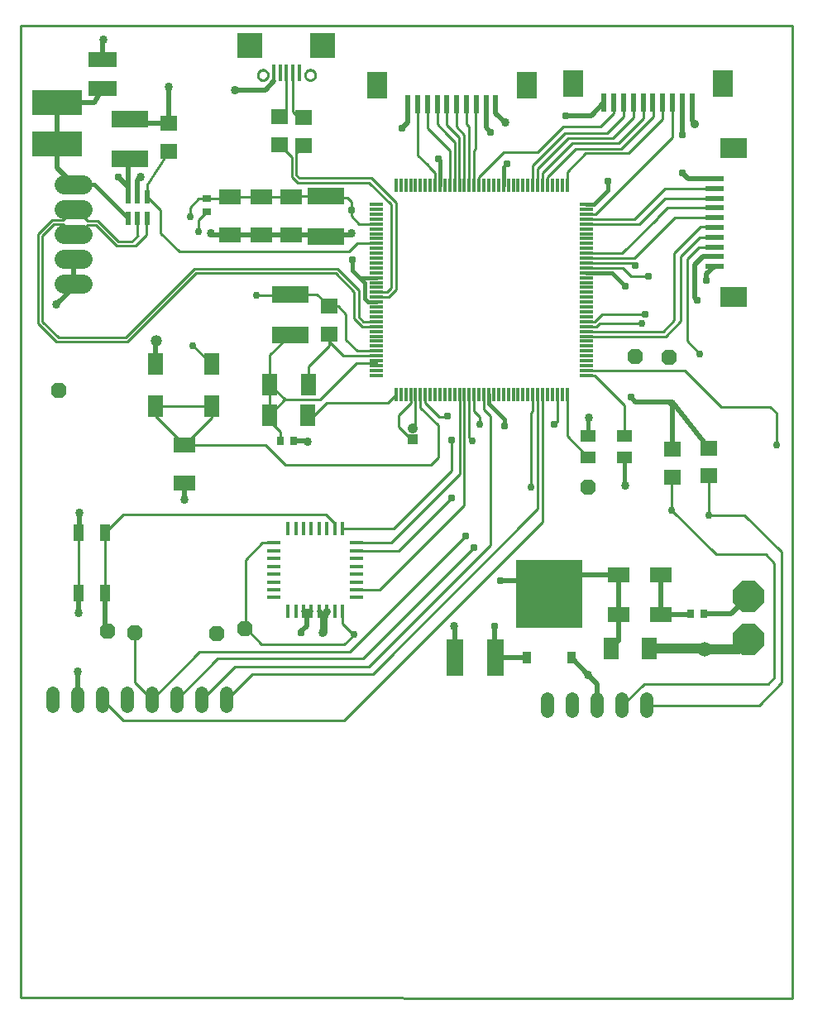
<source format=gbr>
G04 EAGLE Gerber RS-274X export*
G75*
%MOMM*%
%FSLAX34Y34*%
%LPD*%
%INTop Copper*%
%IPPOS*%
%AMOC8*
5,1,8,0,0,1.08239X$1,22.5*%
G01*
%ADD10P,3.436588X8X22.500000*%
%ADD11R,1.800000X3.700000*%
%ADD12R,2.200000X1.600000*%
%ADD13R,3.700000X1.800000*%
%ADD14R,2.900000X1.500000*%
%ADD15R,1.600000X2.200000*%
%ADD16R,2.300000X1.550000*%
%ADD17R,1.550000X2.300000*%
%ADD18R,0.700000X0.900000*%
%ADD19R,0.900000X0.700000*%
%ADD20R,1.475000X0.300000*%
%ADD21R,0.300000X1.475000*%
%ADD22R,0.400000X1.450000*%
%ADD23R,1.450000X0.400000*%
%ADD24R,0.600000X1.900000*%
%ADD25R,2.100000X2.800000*%
%ADD26R,1.900000X0.600000*%
%ADD27R,2.800000X2.100000*%
%ADD28R,1.803000X1.600000*%
%ADD29R,1.100000X1.800000*%
%ADD30C,1.320800*%
%ADD31R,0.400000X1.750000*%
%ADD32R,2.540000X2.540000*%
%ADD33R,0.889000X1.219200*%
%ADD34R,6.781800X6.908800*%
%ADD35R,0.558800X1.473200*%
%ADD36R,1.058000X1.058000*%
%ADD37C,1.058000*%
%ADD38R,1.600000X1.250000*%
%ADD39R,5.080000X2.540000*%
%ADD40C,1.981200*%
%ADD41P,1.732040X8X22.500000*%
%ADD42C,0.254000*%
%ADD43C,0.756400*%
%ADD44C,0.780000*%
%ADD45C,0.508000*%
%ADD46C,0.292100*%
%ADD47C,1.186400*%
%ADD48C,0.381000*%
%ADD49C,0.856400*%
%ADD50C,0.762000*%
%ADD51C,1.016000*%
%ADD52C,1.500000*%
%ADD53C,0.886400*%
%ADD54C,0.450000*%
%ADD55C,0.254000*%


D10*
X745126Y411275D03*
D11*
X485849Y348535D03*
X444849Y348535D03*
D12*
X167900Y566100D03*
X167900Y527100D03*
D13*
X111781Y858936D03*
X111781Y899936D03*
D14*
X83874Y930923D03*
X83874Y960923D03*
D15*
X604575Y357479D03*
X643575Y357479D03*
D13*
X312442Y820468D03*
X312442Y779468D03*
D12*
X276691Y820279D03*
X276691Y781279D03*
X246280Y819900D03*
X246280Y780900D03*
X214660Y820179D03*
X214660Y781179D03*
D15*
X294323Y627655D03*
X255323Y627655D03*
D13*
X276413Y719891D03*
X276413Y678891D03*
D15*
X293763Y596622D03*
X254763Y596622D03*
D16*
X612169Y432705D03*
X655169Y432705D03*
X612091Y392133D03*
X655091Y392133D03*
D17*
X195500Y605600D03*
X195500Y648600D03*
X138500Y605600D03*
X138500Y648600D03*
D18*
X699185Y393125D03*
X686185Y393125D03*
D19*
X190400Y804964D03*
X190400Y817964D03*
D18*
X279315Y569950D03*
X266315Y569950D03*
D10*
X744782Y366978D03*
D20*
X364420Y812300D03*
X364420Y807300D03*
X364420Y802300D03*
X364420Y797300D03*
X364420Y792300D03*
X364420Y787300D03*
X364420Y782300D03*
X364420Y777300D03*
X364420Y772300D03*
X364420Y767300D03*
X364420Y762300D03*
X364420Y757300D03*
X364420Y752300D03*
X364420Y747300D03*
X364420Y742300D03*
X364420Y737300D03*
X364420Y732300D03*
X364420Y727300D03*
X364420Y722300D03*
X364420Y717300D03*
X364420Y712300D03*
X364420Y707300D03*
X364420Y702300D03*
X364420Y697300D03*
X364420Y692300D03*
X364420Y687300D03*
X364420Y682300D03*
X364420Y677300D03*
X364420Y672300D03*
X364420Y667300D03*
X364420Y662300D03*
X364420Y657300D03*
X364420Y652300D03*
X364420Y647300D03*
X364420Y642300D03*
X364420Y637300D03*
D21*
X384300Y617420D03*
X389300Y617420D03*
X394300Y617420D03*
X399300Y617420D03*
X404300Y617420D03*
X409300Y617420D03*
X414300Y617420D03*
X419300Y617420D03*
X424300Y617420D03*
X429300Y617420D03*
X434300Y617420D03*
X439300Y617420D03*
X444300Y617420D03*
X449300Y617420D03*
X454300Y617420D03*
X459300Y617420D03*
X464300Y617420D03*
X469300Y617420D03*
X474300Y617420D03*
X479300Y617420D03*
X484300Y617420D03*
X489300Y617420D03*
X494300Y617420D03*
X499300Y617420D03*
X504300Y617420D03*
X509300Y617420D03*
X514300Y617420D03*
X519300Y617420D03*
X524300Y617420D03*
X529300Y617420D03*
X534300Y617420D03*
X539300Y617420D03*
X544300Y617420D03*
X549300Y617420D03*
X554300Y617420D03*
X559300Y617420D03*
D20*
X579180Y637300D03*
X579180Y642300D03*
X579180Y647300D03*
X579180Y652300D03*
X579180Y657300D03*
X579180Y662300D03*
X579180Y667300D03*
X579180Y672300D03*
X579180Y677300D03*
X579180Y682300D03*
X579180Y687300D03*
X579180Y692300D03*
X579180Y697300D03*
X579180Y702300D03*
X579180Y707300D03*
X579180Y712300D03*
X579180Y717300D03*
X579180Y722300D03*
X579180Y727300D03*
X579180Y732300D03*
X579180Y737300D03*
X579180Y742300D03*
X579180Y747300D03*
X579180Y752300D03*
X579180Y757300D03*
X579180Y762300D03*
X579180Y767300D03*
X579180Y772300D03*
X579180Y777300D03*
X579180Y782300D03*
X579180Y787300D03*
X579180Y792300D03*
X579180Y797300D03*
X579180Y802300D03*
X579180Y807300D03*
X579180Y812300D03*
D21*
X559300Y832180D03*
X554300Y832180D03*
X549300Y832180D03*
X544300Y832180D03*
X539300Y832180D03*
X534300Y832180D03*
X529300Y832180D03*
X524300Y832180D03*
X519300Y832180D03*
X514300Y832180D03*
X509300Y832180D03*
X504300Y832180D03*
X499300Y832180D03*
X494300Y832180D03*
X489300Y832180D03*
X484300Y832180D03*
X479300Y832180D03*
X474300Y832180D03*
X469300Y832180D03*
X464300Y832180D03*
X459300Y832180D03*
X454300Y832180D03*
X449300Y832180D03*
X444300Y832180D03*
X439300Y832180D03*
X434300Y832180D03*
X429300Y832180D03*
X424300Y832180D03*
X419300Y832180D03*
X414300Y832180D03*
X409300Y832180D03*
X404300Y832180D03*
X399300Y832180D03*
X394300Y832180D03*
X389300Y832180D03*
X384300Y832180D03*
D22*
X273600Y395550D03*
X281600Y395550D03*
X289600Y395550D03*
X297600Y395550D03*
X305600Y395550D03*
X313600Y395550D03*
X321600Y395550D03*
X329600Y395550D03*
D23*
X343850Y409800D03*
X343850Y417800D03*
X343850Y425800D03*
X343850Y433800D03*
X343850Y441800D03*
X343850Y449800D03*
X343850Y457800D03*
X343850Y465800D03*
D22*
X329600Y480050D03*
X321600Y480050D03*
X313600Y480050D03*
X305600Y480050D03*
X297600Y480050D03*
X289600Y480050D03*
X281600Y480050D03*
X273600Y480050D03*
D23*
X259350Y465800D03*
X259350Y457800D03*
X259350Y449800D03*
X259350Y441800D03*
X259350Y433800D03*
X259350Y425800D03*
X259350Y417800D03*
X259350Y409800D03*
D24*
X486465Y914793D03*
X476465Y914793D03*
X466465Y914793D03*
X456465Y914793D03*
X446465Y914793D03*
X436465Y914793D03*
X426465Y914793D03*
X416465Y914793D03*
X406465Y914793D03*
X396465Y914793D03*
D25*
X364965Y934293D03*
X517965Y934293D03*
D24*
X687278Y916203D03*
X677278Y916203D03*
X667278Y916203D03*
X657278Y916203D03*
X647278Y916203D03*
X637278Y916203D03*
X627278Y916203D03*
X617278Y916203D03*
X607278Y916203D03*
X597278Y916203D03*
D25*
X565778Y935703D03*
X718778Y935703D03*
D26*
X710113Y748700D03*
X710113Y758700D03*
X710113Y768700D03*
X710113Y778700D03*
X710113Y788700D03*
X710113Y798700D03*
X710113Y808700D03*
X710113Y818700D03*
X710113Y828700D03*
X710113Y838700D03*
D27*
X729613Y870200D03*
X729613Y717200D03*
D28*
X289807Y872708D03*
X289807Y901148D03*
X265400Y873280D03*
X265400Y901720D03*
X315640Y679474D03*
X315640Y707914D03*
X151651Y866573D03*
X151651Y895013D03*
X704457Y563016D03*
X704457Y534576D03*
X666923Y561414D03*
X666923Y532974D03*
D29*
X86700Y476400D03*
X86700Y414400D03*
X59700Y476400D03*
X59700Y414400D03*
D30*
X641086Y306304D02*
X641086Y293096D01*
X615686Y293096D02*
X615686Y306304D01*
X590286Y306304D02*
X590286Y293096D01*
X564886Y293096D02*
X564886Y306304D01*
X539486Y306304D02*
X539486Y293096D01*
D31*
X259215Y946751D03*
X285215Y946751D03*
X265715Y946751D03*
X272215Y946751D03*
X278715Y946751D03*
D32*
X309465Y975001D03*
X234965Y975001D03*
D33*
X518006Y348373D03*
X563706Y348373D03*
D34*
X540856Y413397D03*
D35*
X129200Y820276D03*
X119700Y820276D03*
X110200Y820276D03*
X110200Y797924D03*
X119700Y797924D03*
X129200Y797924D03*
D36*
X401577Y571650D03*
D37*
X401577Y582650D03*
D38*
X618136Y575333D03*
X581136Y575333D03*
X581136Y553333D03*
X618136Y553333D03*
D30*
X32900Y312004D02*
X32900Y298796D01*
X58300Y298796D02*
X58300Y312004D01*
X83700Y312004D02*
X83700Y298796D01*
X109100Y298796D02*
X109100Y312004D01*
X134500Y312004D02*
X134500Y298796D01*
X159900Y298796D02*
X159900Y312004D01*
X185300Y312004D02*
X185300Y298796D01*
X210700Y298796D02*
X210700Y312004D01*
D39*
X36990Y916474D03*
X36977Y873782D03*
D40*
X43946Y730956D02*
X63758Y730956D01*
X63758Y756356D02*
X43946Y756356D01*
X43946Y781756D02*
X63758Y781756D01*
X63758Y807156D02*
X43946Y807156D01*
X43946Y832556D02*
X63758Y832556D01*
D41*
X38900Y621900D03*
X580828Y523029D03*
X229537Y378147D03*
X88900Y375500D03*
X200315Y372773D03*
X116713Y373913D03*
X664040Y655686D03*
X628931Y656322D03*
D42*
X387290Y457800D02*
X343850Y457800D01*
X387290Y457800D02*
X441350Y511861D01*
D43*
X470302Y587246D03*
D42*
X470302Y594771D01*
X464300Y600773D02*
X464300Y617420D01*
X464300Y600773D02*
X470302Y594771D01*
X441503Y511861D02*
X441350Y511861D01*
D44*
X441503Y511861D03*
D42*
X449300Y536069D02*
X449300Y617420D01*
X449300Y536069D02*
X379032Y465800D01*
X343850Y465800D01*
X329600Y480050D02*
X381574Y480050D01*
X441177Y539653D02*
X441177Y560000D01*
X441177Y539653D02*
X381574Y480050D01*
D43*
X462274Y570628D03*
D42*
X459300Y573602D01*
X459300Y617420D01*
X441173Y560004D02*
X441177Y560000D01*
X441173Y560004D02*
X441173Y570763D01*
D44*
X441173Y570763D03*
D42*
X367800Y417800D02*
X343850Y417800D01*
X454300Y504300D02*
X454300Y617420D01*
X454300Y504300D02*
X367800Y417800D01*
X86700Y414400D02*
X86700Y476400D01*
X104914Y494614D01*
X312237Y494614D02*
X321600Y485251D01*
X312237Y494614D02*
X104914Y494614D01*
X321600Y485251D02*
X321600Y480050D01*
D45*
X86700Y414400D02*
X86700Y377700D01*
X88900Y375500D01*
D46*
X278461Y946497D02*
X278715Y946751D01*
X278461Y946497D02*
X278461Y907362D01*
X284674Y901148D02*
X289807Y901148D01*
X284674Y901148D02*
X278461Y907362D01*
X289807Y872708D02*
X282308Y865210D01*
X282308Y842194D01*
X285350Y839153D01*
X358781Y839153D01*
X384061Y813873D01*
X384061Y724757D01*
X376575Y717272D01*
X364448Y717272D01*
X364420Y717300D01*
X272215Y908535D02*
X272215Y946751D01*
X272215Y908535D02*
X265400Y901720D01*
X265400Y873280D02*
X277863Y860817D01*
X277863Y840353D01*
X283509Y834708D01*
X356940Y834708D01*
X379616Y812032D01*
X379616Y726599D01*
X375383Y722366D01*
X370000Y722366D01*
X364420Y722300D02*
X360078Y722300D01*
X364420Y722300D02*
X369935Y722300D01*
X370000Y722366D01*
D45*
X485011Y348373D02*
X518006Y348373D01*
D42*
X485849Y348535D02*
X485011Y348373D01*
D45*
X297600Y395550D02*
X289600Y395550D01*
X293192Y391142D02*
X297600Y395550D01*
X293192Y380916D02*
X287376Y375099D01*
X287376Y373939D01*
D44*
X287376Y373939D03*
D45*
X293192Y380916D02*
X293192Y391142D01*
X485011Y380162D02*
X485011Y348373D01*
X485011Y380162D02*
X485115Y380162D01*
D44*
X485115Y380162D03*
D45*
X138500Y648600D02*
X138500Y672306D01*
X138862Y672668D01*
D47*
X138862Y672668D03*
D42*
X214660Y820179D02*
X246001Y820179D01*
X246280Y819900D01*
X246660Y820279D02*
X276691Y820279D01*
X246660Y820279D02*
X246280Y819900D01*
X283015Y820468D02*
X312442Y820468D01*
X283015Y820468D02*
X276691Y820279D01*
X212444Y817964D02*
X190400Y817964D01*
X212444Y817964D02*
X214660Y820179D01*
X190400Y817964D02*
X182507Y817964D01*
X173812Y809269D01*
X176301Y667799D02*
X195500Y648600D01*
X312442Y820468D02*
X334181Y818902D01*
X338557Y814527D02*
X338557Y806286D01*
X338557Y800176D01*
X346433Y792300D01*
X364420Y792300D01*
X338557Y814527D02*
X334181Y818902D01*
D43*
X173812Y800049D03*
X176301Y667799D03*
D42*
X173812Y800049D02*
X173812Y809269D01*
X338557Y806286D02*
X338561Y806286D01*
D44*
X338561Y806286D03*
D48*
X429300Y832180D02*
X429300Y857083D01*
D42*
X427634Y858749D01*
D44*
X427634Y858749D03*
D48*
X494300Y850078D02*
X494300Y832180D01*
D42*
X494300Y850078D02*
X497738Y853516D01*
D44*
X497738Y853516D03*
D48*
X587003Y812300D02*
X601447Y826743D01*
X587003Y812300D02*
X579180Y812300D01*
X601447Y826743D02*
X601447Y836041D01*
D44*
X601447Y836041D03*
D48*
X605449Y742300D02*
X579180Y742300D01*
X605449Y742300D02*
X618896Y728853D01*
D44*
X618896Y728853D03*
D48*
X479300Y617420D02*
X479300Y608252D01*
X495351Y592201D02*
X495351Y585673D01*
D44*
X495351Y585673D03*
D48*
X495351Y592201D02*
X479300Y608252D01*
D44*
X339471Y756056D03*
D48*
X364349Y712371D02*
X364420Y712300D01*
X364349Y712371D02*
X355625Y712371D01*
X352400Y731971D02*
X347071Y737300D01*
X339471Y744900D01*
X339471Y756056D01*
X352400Y715596D02*
X355625Y712371D01*
X352400Y715596D02*
X352400Y731971D01*
X347071Y737300D02*
X364420Y737300D01*
D42*
X414300Y617420D02*
X414300Y609422D01*
X428701Y595020D01*
X436682Y595020D01*
X437011Y595349D01*
D44*
X437011Y595349D03*
D42*
X549300Y589889D02*
X549300Y617420D01*
X549300Y589889D02*
X546303Y586892D01*
D44*
X546303Y586892D03*
D45*
X666923Y606277D02*
X666923Y561414D01*
X666923Y606277D02*
X662940Y610260D01*
X629031Y610260D01*
X624611Y614680D01*
D44*
X624611Y614680D03*
D45*
X667656Y610260D02*
X704457Y563016D01*
X667656Y610260D02*
X662940Y610260D01*
D42*
X183000Y353900D02*
X134500Y305400D01*
X336907Y353900D02*
X455676Y472669D01*
X336907Y353900D02*
X183000Y353900D01*
D44*
X455676Y472669D03*
X628806Y750116D03*
D42*
X626623Y752300D01*
X579180Y752300D01*
X134500Y305400D02*
X116713Y323187D01*
X116713Y373913D01*
X350616Y347415D02*
X464210Y461010D01*
X201915Y347415D02*
X159900Y305400D01*
X201915Y347415D02*
X350616Y347415D01*
X642723Y739091D02*
X642711Y739104D01*
X464414Y461010D02*
X464210Y461010D01*
D44*
X464414Y461010D03*
X642723Y739091D03*
D42*
X642711Y739104D02*
X624673Y739104D01*
X616477Y747300D02*
X579180Y747300D01*
X616477Y747300D02*
X624673Y739104D01*
D43*
X704748Y494254D03*
D42*
X704457Y494545D02*
X704457Y534576D01*
X704457Y494545D02*
X704748Y494254D01*
X587398Y692300D02*
X579180Y692300D01*
X587398Y692300D02*
X595098Y700000D01*
X778993Y456578D02*
X778993Y322731D01*
X778993Y456578D02*
X741316Y494254D01*
X704748Y494254D01*
X755962Y299700D02*
X641086Y299700D01*
X755962Y299700D02*
X778993Y322731D01*
X639444Y700000D02*
X595098Y700000D01*
X639444Y700000D02*
X639445Y699999D01*
D44*
X639445Y699999D03*
D43*
X666620Y499504D03*
D42*
X666620Y520891D01*
X666923Y532974D01*
D43*
X635893Y690693D03*
D42*
X592675Y690693D01*
X589077Y687095D01*
X579385Y687095D01*
X579180Y687300D01*
X638251Y321545D02*
X765080Y321545D01*
X638251Y321545D02*
X615686Y299700D01*
X771677Y328143D02*
X771677Y445186D01*
X762508Y454355D01*
X711769Y454355D02*
X666620Y499504D01*
X771677Y328143D02*
X765080Y321545D01*
X762508Y454355D02*
X711769Y454355D01*
X424300Y832180D02*
X424300Y844862D01*
X419581Y849581D01*
X416465Y852697D01*
X406465Y862697D01*
X406465Y914793D01*
X449222Y880687D02*
X449222Y832258D01*
X449300Y832180D01*
X449222Y880687D02*
X436465Y893444D01*
X436465Y914793D01*
X459300Y891675D02*
X459300Y832180D01*
X459300Y891675D02*
X456465Y894511D01*
X456465Y914793D01*
X454300Y883805D02*
X454300Y832180D01*
X446465Y891640D02*
X446465Y914793D01*
X446465Y891640D02*
X454300Y883805D01*
X464300Y867413D02*
X464300Y832180D01*
X466123Y869235D02*
X466123Y914451D01*
X466123Y869235D02*
X464300Y867413D01*
X466123Y914451D02*
X466465Y914793D01*
X436465Y884092D02*
X440278Y880278D01*
X444300Y876256D01*
X444300Y832180D01*
X436465Y884092D02*
X426465Y894092D01*
X426465Y914793D01*
X426465Y880024D02*
X428245Y878245D01*
X439300Y867189D01*
X439300Y832180D01*
X426465Y880024D02*
X416465Y890024D01*
X416465Y914793D01*
D45*
X745126Y411275D02*
X726976Y393125D01*
X699185Y393125D01*
X396465Y896465D02*
X396465Y914793D01*
X396465Y896465D02*
X390000Y890000D01*
D44*
X390000Y890000D03*
D45*
X476465Y890995D02*
X476465Y914793D01*
X476465Y890995D02*
X481101Y886358D01*
D44*
X481101Y886358D03*
D45*
X584376Y903300D02*
X597278Y916203D01*
X584376Y903300D02*
X558013Y903300D01*
D44*
X558013Y903300D03*
D45*
X677278Y916203D02*
X677278Y883323D01*
X677266Y883310D01*
D44*
X677266Y883310D03*
D45*
X683319Y838700D02*
X710113Y838700D01*
X683319Y838700D02*
X677088Y844931D01*
D44*
X677088Y844931D03*
D45*
X698197Y758700D02*
X710113Y758700D01*
X698197Y758700D02*
X689964Y750467D01*
X689964Y717052D01*
X692551Y714465D01*
D44*
X692551Y714465D03*
D42*
X600000Y885156D02*
X557207Y885156D01*
X524300Y852249D01*
X524300Y832180D01*
X600000Y885156D02*
X617278Y902435D01*
X617278Y916203D01*
X627347Y901014D02*
X606617Y880284D01*
X560989Y880284D01*
X529300Y848595D01*
X529300Y832180D01*
X627347Y901014D02*
X627347Y916134D01*
X627278Y916203D01*
X637245Y900074D02*
X612067Y874896D01*
X564651Y874896D01*
X534300Y844545D01*
X534300Y832180D01*
X637245Y900074D02*
X637245Y916170D01*
X637278Y916203D01*
X647435Y902198D02*
X614630Y869393D01*
X568325Y869393D01*
X539300Y840369D01*
X539300Y832180D01*
X647435Y902198D02*
X647435Y916047D01*
X647278Y916203D01*
X667195Y880812D02*
X588683Y802300D01*
X579180Y802300D01*
X667195Y880812D02*
X667195Y916119D01*
X667278Y916203D01*
X469347Y832227D02*
X469300Y832180D01*
X469347Y832227D02*
X469347Y840054D01*
X494589Y865295D01*
X529024Y865295D01*
X555455Y891726D01*
X593580Y891726D01*
X607278Y905424D01*
X607278Y916203D01*
X668969Y693429D02*
X657840Y682300D01*
X668969Y693429D02*
X668969Y762019D01*
X696077Y789127D01*
X657840Y682300D02*
X579180Y682300D01*
X696077Y789127D02*
X709686Y789127D01*
X710113Y788700D01*
X628514Y797300D02*
X579180Y797300D01*
X659914Y828700D02*
X710113Y828700D01*
X659914Y828700D02*
X628514Y797300D01*
X651667Y798333D02*
X652034Y798700D01*
X651667Y798333D02*
X615634Y762300D01*
X579180Y762300D01*
X652034Y798700D02*
X662034Y808700D01*
X710113Y808700D01*
X524300Y617420D02*
X524300Y600805D01*
X522859Y599364D02*
X522859Y522935D01*
X522859Y599364D02*
X524300Y600805D01*
X522859Y522935D02*
X522724Y522935D01*
D43*
X522724Y522935D03*
X695164Y659428D03*
D42*
X682251Y672341D02*
X682251Y756269D01*
X682251Y672341D02*
X695164Y659428D01*
X694682Y768700D02*
X710113Y768700D01*
X694682Y768700D02*
X682251Y756269D01*
X633134Y792300D02*
X579180Y792300D01*
X659534Y818700D02*
X710113Y818700D01*
X659534Y818700D02*
X633134Y792300D01*
X628134Y757300D02*
X579180Y757300D01*
X669534Y798700D02*
X710113Y798700D01*
X669534Y798700D02*
X628134Y757300D01*
X621964Y864561D02*
X657366Y899963D01*
X559300Y845093D02*
X559300Y832180D01*
X559300Y845093D02*
X578768Y864561D01*
X621964Y864561D01*
X657366Y899963D02*
X657366Y916115D01*
X657278Y916203D01*
X660155Y677300D02*
X579180Y677300D01*
X660155Y677300D02*
X675860Y693005D01*
X675860Y759222D01*
X695147Y778510D01*
X709923Y778510D01*
X710113Y778700D01*
X686185Y393125D02*
X685193Y392133D01*
D45*
X655091Y392133D01*
D42*
X655169Y392212D01*
D45*
X655169Y432705D01*
D42*
X259350Y465800D02*
X247233Y465800D01*
X230048Y448615D02*
X230048Y378563D01*
X246329Y362282D01*
X230048Y448615D02*
X247233Y465800D01*
D43*
X341177Y371916D03*
X773735Y565607D03*
D42*
X773735Y598729D01*
X767461Y605003D01*
X717372Y605003D01*
X680075Y642300D02*
X579180Y642300D01*
X680075Y642300D02*
X717372Y605003D01*
X340878Y371617D02*
X331543Y362282D01*
X340878Y371617D02*
X341177Y371916D01*
X331543Y362282D02*
X246329Y362282D01*
X329600Y382895D02*
X329600Y395550D01*
X329600Y382895D02*
X340878Y371617D01*
X229954Y378563D02*
X229537Y378147D01*
X229954Y378563D02*
X230048Y378563D01*
X294323Y627655D02*
X294323Y646377D01*
X330000Y657300D02*
X364420Y657300D01*
D46*
X315640Y671660D02*
X315640Y679474D01*
X315640Y671660D02*
X330000Y657300D01*
X315640Y667694D02*
X315640Y679474D01*
X315640Y667694D02*
X294323Y646377D01*
D42*
X254763Y596622D02*
X255051Y596334D01*
X364420Y649783D02*
X364420Y652300D01*
X364420Y649783D02*
X364420Y647300D01*
X276413Y678891D02*
X255051Y658529D01*
X255051Y610000D01*
X255051Y596334D01*
X254763Y590842D02*
X266315Y579290D01*
X254763Y590842D02*
X254763Y596622D01*
X266315Y579290D02*
X266315Y569950D01*
X270686Y612292D02*
X255323Y627655D01*
X344043Y649783D02*
X364420Y649783D01*
X306553Y612292D02*
X270686Y612292D01*
X306553Y612292D02*
X344043Y649783D01*
X270434Y612292D02*
X254763Y596622D01*
X270434Y612292D02*
X270686Y612292D01*
X276413Y719891D02*
X241109Y718891D01*
X276413Y719891D02*
X277216Y719694D01*
X332832Y700000D02*
X332832Y673796D01*
X344327Y662300D01*
X364420Y662300D01*
X181919Y784255D02*
X181864Y784200D01*
D43*
X181864Y784200D03*
X241109Y718891D03*
D42*
X181919Y796483D02*
X190400Y804964D01*
X181919Y796483D02*
X181919Y784255D01*
D46*
X303554Y720000D02*
X315640Y707914D01*
X277522Y720000D02*
X277216Y719694D01*
X277522Y720000D02*
X303554Y720000D01*
X315640Y707914D02*
X324918Y707914D01*
X332832Y700000D01*
D42*
X384300Y617420D02*
X376015Y609135D01*
X313541Y609135D01*
X301028Y596622D01*
X293763Y596622D01*
X195500Y605600D02*
X138500Y605600D01*
X138500Y595500D01*
X167900Y566100D01*
X195500Y593700D01*
X195500Y605600D01*
X167900Y566100D02*
X250535Y566100D01*
X270764Y545871D01*
X420289Y545871D01*
X427660Y553242D01*
X427660Y586128D02*
X409300Y604488D01*
X409300Y617420D01*
X427660Y586128D02*
X427660Y553242D01*
X618136Y575333D02*
X618136Y606673D01*
X587509Y637300D01*
X579180Y637300D01*
X399300Y617420D02*
X399300Y609079D01*
X386994Y596773D02*
X386994Y584632D01*
X399976Y571650D01*
X386994Y596773D02*
X399300Y609079D01*
X399976Y571650D02*
X401577Y571650D01*
X404300Y585373D02*
X404300Y617420D01*
X404300Y585373D02*
X401577Y582650D01*
X246001Y781179D02*
X214660Y781179D01*
X246001Y781179D02*
X246280Y780900D01*
X246660Y781279D02*
X276691Y781279D01*
X246660Y781279D02*
X246280Y780900D01*
X311675Y780235D02*
X312442Y779468D01*
X311675Y780235D02*
X276691Y781279D01*
D45*
X312068Y781179D02*
X214660Y781179D01*
X312068Y781179D02*
X312442Y779468D01*
D42*
X59700Y476400D02*
X59700Y414400D01*
D45*
X83874Y979884D02*
X84988Y980999D01*
X83874Y979884D02*
X83874Y960923D01*
D49*
X84988Y980999D03*
D45*
X111781Y899936D02*
X116704Y895013D01*
X151651Y895013D01*
X151651Y931939D01*
X152019Y932307D01*
D49*
X152019Y932307D03*
D45*
X250647Y929437D02*
X259311Y938100D01*
X250647Y929437D02*
X219862Y929437D01*
X219710Y929589D01*
D49*
X219710Y929589D03*
D45*
X214660Y781179D02*
X196390Y781179D01*
X194513Y783057D01*
D49*
X194513Y783057D03*
D45*
X312442Y779468D02*
X336640Y780861D01*
X338353Y782574D01*
D49*
X338353Y782574D03*
D45*
X119700Y820276D02*
X119700Y837098D01*
X123038Y840435D01*
D49*
X123038Y840435D03*
D45*
X167900Y527100D02*
X167900Y510394D01*
X167386Y509880D01*
D49*
X167386Y509880D03*
D45*
X59868Y476568D02*
X59700Y476400D01*
X59868Y476568D02*
X59868Y496316D01*
D49*
X59868Y496316D03*
D45*
X59700Y414400D02*
X59700Y394878D01*
X59157Y394335D01*
D49*
X59157Y394335D03*
D45*
X58300Y333611D02*
X58300Y305400D01*
X58300Y333611D02*
X58826Y334137D01*
D49*
X58826Y334137D03*
D50*
X309778Y391728D02*
X313600Y395550D01*
X309778Y391728D02*
X309778Y391372D01*
D49*
X309506Y373974D03*
D50*
X309778Y374246D02*
X309778Y391372D01*
X309778Y374246D02*
X309506Y373974D01*
D45*
X309778Y391372D02*
X305600Y395550D01*
X444864Y379463D02*
X444849Y379132D01*
X444849Y348535D01*
X444864Y379463D02*
X443597Y380730D01*
D49*
X443597Y380730D03*
D51*
X643575Y357479D02*
X699872Y357479D01*
X700481Y356870D01*
D52*
X700481Y356870D03*
D51*
X734675Y356870D01*
X744782Y366978D01*
D45*
X581279Y330800D02*
X563706Y348373D01*
X581279Y330800D02*
X581279Y330600D01*
D49*
X581279Y330600D03*
D45*
X293929Y569950D02*
X279315Y569950D01*
X293929Y569950D02*
X294183Y569697D01*
D49*
X294183Y569697D03*
D45*
X53852Y730956D02*
X53852Y756356D01*
X53852Y730956D02*
X53852Y727104D01*
X36322Y709574D01*
D49*
X36322Y709574D03*
D42*
X259215Y938196D02*
X259215Y946751D01*
X259215Y938196D02*
X259311Y938100D01*
D45*
X486465Y914793D02*
X486465Y905582D01*
X495859Y896188D01*
D49*
X495859Y896188D03*
D45*
X687278Y897682D02*
X687278Y916203D01*
X687278Y897682D02*
X690372Y894588D01*
D53*
X690372Y894588D03*
D45*
X710113Y748700D02*
X702285Y740871D01*
X702285Y734746D01*
D44*
X702285Y734746D03*
D45*
X590286Y321593D02*
X590286Y299700D01*
X590286Y321593D02*
X581279Y330600D01*
D42*
X129200Y832342D02*
X151651Y866573D01*
X129200Y832342D02*
X129200Y820276D01*
X336449Y763754D02*
X344996Y772300D01*
X364420Y772300D01*
X143154Y806322D02*
X129200Y820276D01*
X143154Y783057D02*
X162457Y763754D01*
X336449Y763754D01*
X143154Y783057D02*
X143154Y806322D01*
D45*
X36990Y873795D02*
X36990Y916474D01*
D42*
X36990Y873795D02*
X36977Y873782D01*
D45*
X75273Y916474D02*
X83874Y930923D01*
X75273Y916474D02*
X36990Y916474D01*
X36977Y873782D02*
X36977Y849430D01*
X53852Y832556D01*
D48*
X75568Y832556D02*
X110200Y797924D01*
X75568Y832556D02*
X53852Y832556D01*
D42*
X559300Y617420D02*
X559300Y575169D01*
X581136Y553333D01*
D54*
X618136Y553333D02*
X618136Y525093D01*
X618592Y524637D01*
D49*
X618592Y524637D03*
D54*
X581136Y575333D02*
X581136Y593633D01*
X581355Y593852D01*
D49*
X581355Y593852D03*
D42*
X104849Y284251D02*
X83700Y305400D01*
X330835Y284251D02*
X534145Y487561D01*
X330835Y284251D02*
X104849Y284251D01*
X534145Y487561D02*
X534145Y608596D01*
X534300Y608751D01*
X534300Y617420D01*
X219045Y339145D02*
X185300Y305400D01*
X219045Y339145D02*
X356410Y339145D01*
X474300Y602304D02*
X474300Y617420D01*
X480746Y463481D02*
X356410Y339145D01*
X480746Y463481D02*
X480746Y595859D01*
X474300Y602304D01*
X360416Y331562D02*
X236862Y331562D01*
X210700Y305400D01*
X360416Y331562D02*
X529311Y500456D01*
X529300Y500700D02*
X529300Y617420D01*
X529300Y500700D02*
X529311Y500689D01*
X529311Y500456D01*
D45*
X110200Y820276D02*
X110200Y830000D01*
X110200Y857525D01*
D42*
X111781Y858936D01*
D45*
X612169Y432705D02*
X612169Y392212D01*
D42*
X612091Y392133D01*
D45*
X612091Y364995D01*
D42*
X604575Y357479D01*
D45*
X612169Y432705D02*
X560164Y432705D01*
D42*
X540856Y413397D01*
D45*
X526974Y427279D01*
X491312Y427279D01*
D44*
X491312Y427279D03*
X100000Y840000D03*
D45*
X110000Y830000D01*
X110200Y830000D01*
D46*
X53852Y807156D02*
X43151Y796455D01*
X32353Y796455D01*
X17666Y781767D01*
X17666Y690671D01*
X36798Y671538D01*
X109252Y671538D01*
X179838Y742125D01*
X322371Y742125D01*
X341546Y722950D01*
X341546Y695391D01*
X349608Y687328D01*
X364392Y687328D02*
X364420Y687300D01*
X364392Y687328D02*
X349608Y687328D01*
X56889Y807156D02*
X53852Y807156D01*
X56889Y807156D02*
X68783Y795261D01*
X79229Y795261D01*
X100006Y774484D01*
X113894Y774484D01*
X119933Y780523D01*
X119774Y780790D01*
X119774Y797998D01*
X119700Y797924D01*
X53852Y781756D02*
X43598Y792010D01*
X34195Y792010D01*
X22111Y779926D01*
X22111Y692512D01*
X38640Y675983D01*
X107410Y675983D01*
X177997Y746570D01*
X324212Y746570D01*
X346113Y724668D01*
X346113Y697109D01*
X350916Y692306D01*
X360000Y692306D01*
X360006Y692300D02*
X364420Y692300D01*
X360006Y692300D02*
X360000Y692306D01*
X59723Y781756D02*
X53852Y781756D01*
X59723Y781756D02*
X68783Y790816D01*
X77388Y790816D01*
X98165Y770039D01*
X117532Y770039D01*
X128927Y781434D01*
X128927Y797651D01*
X129200Y797924D01*
D55*
X0Y0D02*
X790152Y-457D01*
X790000Y995073D01*
X0Y995073D01*
X0Y995070D01*
X0Y0D01*
X291215Y944996D02*
X291281Y945582D01*
X291412Y946157D01*
X291607Y946714D01*
X291862Y947245D01*
X292176Y947744D01*
X292544Y948205D01*
X292961Y948622D01*
X293422Y948990D01*
X293921Y949304D01*
X294452Y949559D01*
X295009Y949754D01*
X295584Y949885D01*
X296170Y949951D01*
X296759Y949951D01*
X297345Y949885D01*
X297920Y949754D01*
X298477Y949559D01*
X299008Y949304D01*
X299507Y948990D01*
X299968Y948622D01*
X300385Y948205D01*
X300753Y947744D01*
X301067Y947245D01*
X301323Y946714D01*
X301517Y946157D01*
X301649Y945582D01*
X301715Y944996D01*
X301715Y944407D01*
X301649Y943821D01*
X301517Y943246D01*
X301323Y942689D01*
X301067Y942158D01*
X300753Y941659D01*
X300385Y941198D01*
X299968Y940781D01*
X299507Y940413D01*
X299008Y940099D01*
X298477Y939843D01*
X297920Y939649D01*
X297345Y939517D01*
X296759Y939451D01*
X296170Y939451D01*
X295584Y939517D01*
X295009Y939649D01*
X294452Y939843D01*
X293921Y940099D01*
X293422Y940413D01*
X292961Y940781D01*
X292544Y941198D01*
X292176Y941659D01*
X291862Y942158D01*
X291607Y942689D01*
X291412Y943246D01*
X291281Y943821D01*
X291215Y944407D01*
X291215Y944996D01*
X242715Y944996D02*
X242781Y945582D01*
X242912Y946157D01*
X243107Y946714D01*
X243362Y947245D01*
X243676Y947744D01*
X244044Y948205D01*
X244461Y948622D01*
X244922Y948990D01*
X245421Y949304D01*
X245952Y949559D01*
X246509Y949754D01*
X247084Y949885D01*
X247670Y949951D01*
X248259Y949951D01*
X248845Y949885D01*
X249420Y949754D01*
X249977Y949559D01*
X250508Y949304D01*
X251007Y948990D01*
X251468Y948622D01*
X251885Y948205D01*
X252253Y947744D01*
X252567Y947245D01*
X252823Y946714D01*
X253017Y946157D01*
X253149Y945582D01*
X253215Y944996D01*
X253215Y944407D01*
X253149Y943821D01*
X253017Y943246D01*
X252823Y942689D01*
X252567Y942158D01*
X252253Y941659D01*
X251885Y941198D01*
X251468Y940781D01*
X251007Y940413D01*
X250508Y940099D01*
X249977Y939843D01*
X249420Y939649D01*
X248845Y939517D01*
X248259Y939451D01*
X247670Y939451D01*
X247084Y939517D01*
X246509Y939649D01*
X245952Y939843D01*
X245421Y940099D01*
X244922Y940413D01*
X244461Y940781D01*
X244044Y941198D01*
X243676Y941659D01*
X243362Y942158D01*
X243107Y942689D01*
X242912Y943246D01*
X242781Y943821D01*
X242715Y944407D01*
X242715Y944996D01*
M02*

</source>
